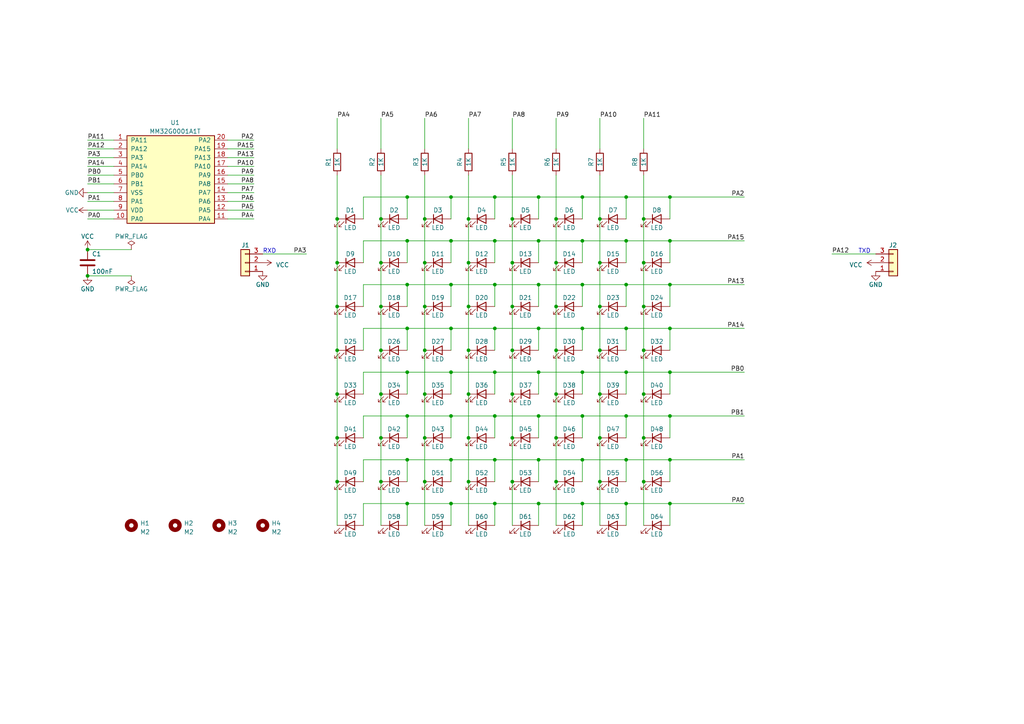
<source format=kicad_sch>
(kicad_sch (version 20230121) (generator eeschema)
  (paper "A4")
  (lib_symbols
    (symbol "Connector_Generic:Conn_01x03" (pin_names (offset 1.016) hide)
      (property "Reference" "J" (at 0 5.08 0))
      (property "Value" "Conn_01x03" (at 0 -5.08 0))
      (symbol "Conn_01x03_1_1"
        (rectangle (start -1.27 -2.413) (end 0 -2.667) (stroke (width 0.1524)))
        (rectangle (start -1.27 0.127) (end 0 -0.127) (stroke (width 0.1524)))
        (rectangle (start -1.27 2.667) (end 0 2.413) (stroke (width 0.1524)))
        (rectangle (start -1.27 3.81) (end 1.27 -3.81) (stroke (width 0.254)) (fill (type background)))
        (pin passive line (at -5.08 2.54 0) (length 3.81) (name "Pin_1") (number "1"))
        (pin passive line (at -5.08 0 0) (length 3.81) (name "Pin_2") (number "2"))
        (pin passive line (at -5.08 -2.54 0) (length 3.81) (name "Pin_3") (number "3"))
      )
    )
    (symbol "Connector_Generic:Conn_02x10_Counter_Clockwise" (pin_names (offset 1.016))
      (property "Reference" "U1" (at 1.27 15.24 0))
      (property "Value" "MM32G0001A1T" (at 1.27 12.7 0))
      (symbol "Conn_02x10_Counter_Clockwise_1_1"
        (rectangle (start -12.7 11.43) (end 12.7 -13.97) (stroke (width 0.254)) (fill (type background)))
        (pin bidirectional line (at -16.51 10.16 0) (length 3.81) (name "PA11") (number "1"))
        (pin bidirectional line (at -16.51 -12.7 0) (length 3.81) (name "PA0") (number "10"))
        (pin bidirectional line (at 16.51 -12.7 180) (length 3.81) (name "PA4") (number "11"))
        (pin bidirectional line (at 16.51 -10.16 180) (length 3.81) (name "PA5") (number "12"))
        (pin bidirectional line (at 16.51 -7.62 180) (length 3.81) (name "PA6") (number "13"))
        (pin bidirectional line (at 16.51 -5.08 180) (length 3.81) (name "PA7") (number "14"))
        (pin bidirectional line (at 16.51 -2.54 180) (length 3.81) (name "PA8") (number "15"))
        (pin bidirectional line (at 16.51 0 180) (length 3.81) (name "PA9") (number "16"))
        (pin bidirectional line (at 16.51 2.54 180) (length 3.81) (name "PA10") (number "17"))
        (pin bidirectional line (at 16.51 5.08 180) (length 3.81) (name "PA13") (number "18"))
        (pin bidirectional line (at 16.51 7.62 180) (length 3.81) (name "PA15") (number "19"))
        (pin bidirectional line (at -16.51 7.62 0) (length 3.81) (name "PA12") (number "2"))
        (pin bidirectional line (at 16.51 10.16 180) (length 3.81) (name "PA2") (number "20"))
        (pin bidirectional line (at -16.51 5.08 0) (length 3.81) (name "PA3") (number "3"))
        (pin bidirectional line (at -16.51 2.54 0) (length 3.81) (name "PA14") (number "4"))
        (pin bidirectional line (at -16.51 0 0) (length 3.81) (name "PB0") (number "5"))
        (pin bidirectional line (at -16.51 -2.54 0) (length 3.81) (name "PB1") (number "6"))
        (pin power_in line (at -16.51 -5.08 0) (length 3.81) (name "VSS") (number "7"))
        (pin bidirectional line (at -16.51 -7.62 0) (length 3.81) (name "PA1") (number "8"))
        (pin power_in line (at -16.51 -10.16 0) (length 3.81) (name "VDD") (number "9"))
      )
    )
    (symbol "Device:C" (pin_numbers hide) (pin_names (offset 0.254))
      (property "Reference" "C" (at 0.635 2.54 0))
      (property "Value" "C" (at 0.635 -2.54 0))
      (symbol "C_0_1"
        (polyline (pts (xy -2.032 -0.762) (xy 2.032 -0.762)) (stroke (width 0.508)))
        (polyline (pts (xy -2.032 0.762) (xy 2.032 0.762)) (stroke (width 0.508)))
      )
      (symbol "C_1_1"
        (pin passive line (at 0 3.81 270) (length 2.794) (name "~") (number "1"))
        (pin passive line (at 0 -3.81 90) (length 2.794) (name "~") (number "2"))
      )
    )
    (symbol "Device:LED" (pin_numbers hide) (pin_names (offset 1.016) hide)
      (property "Reference" "D" (at 0 2.54 0))
      (property "Value" "LED" (at 0 -2.54 0))
      (symbol "LED_0_1"
        (polyline (pts (xy -1.27 -1.27) (xy -1.27 1.27)) (stroke (width 0.254)))
        (polyline (pts (xy -1.27 0) (xy 1.27 0)))
        (polyline (pts (xy 1.27 -1.27) (xy 1.27 1.27) (xy -1.27 0) (xy 1.27 -1.27)) (stroke (width 0.254)))
        (polyline (pts (xy -3.048 -0.762) (xy -4.572 -2.286) (xy -3.81 -2.286) (xy -4.572 -2.286) (xy -4.572 -1.524)))
        (polyline (pts (xy -1.778 -0.762) (xy -3.302 -2.286) (xy -2.54 -2.286) (xy -3.302 -2.286) (xy -3.302 -1.524)))
      )
      (symbol "LED_1_1"
        (pin passive line (at -3.81 0 0) (length 2.54) (name "K") (number "1"))
        (pin passive line (at 3.81 0 180) (length 2.54) (name "A") (number "2"))
      )
    )
    (symbol "Device:R" (pin_numbers hide) (pin_names (offset 0))
      (property "Reference" "R" (at 2.032 0 90))
      (property "Value" "R" (at 0 0 90))
      (symbol "R_0_1"
        (rectangle (start -1.016 -2.54) (end 1.016 2.54) (stroke (width 0.254)))
      )
      (symbol "R_1_1"
        (pin passive line (at 0 3.81 270) (length 1.27) (name "~") (number "1"))
        (pin passive line (at 0 -3.81 90) (length 1.27) (name "~") (number "2"))
      )
    )
    (symbol "Mechanical:MountingHole" (pin_names (offset 1.016))
      (property "Reference" "H" (at 0 5.08 0))
      (property "Value" "MountingHole" (at 0 3.175 0))
      (symbol "MountingHole_0_1"
        (circle (center 0 0) (radius 1.27) (stroke (width 1.27)))
      )
    )
    (symbol "power:GND" (power) (pin_names (offset 0))
      (property "Value" "GND" (at 0 -3.81 0))
      (symbol "GND_0_1"
        (polyline (pts (xy 0 0) (xy 0 -1.27) (xy 1.27 -1.27) (xy 0 -2.54) (xy -1.27 -1.27) (xy 0 -1.27)))
      )
      (symbol "GND_1_1"
        (pin power_in line (at 0 0 270) (length 0) hide (name "GND") (number "1"))
      )
    )
    (symbol "power:PWR_FLAG" (power) (pin_numbers hide) (pin_names (offset 0) hide)
      (property "Value" "PWR_FLAG" (at 0 3.81 0))
      (symbol "PWR_FLAG_0_0"
        (pin power_out line (at 0 0 90) (length 0) (name "pwr") (number "1"))
      )
      (symbol "PWR_FLAG_0_1"
        (polyline (pts (xy 0 0) (xy 0 1.27) (xy -1.016 1.905) (xy 0 2.54) (xy 1.016 1.905) (xy 0 1.27)))
      )
    )
    (symbol "power:VCC" (power) (pin_names (offset 0))
      (property "Value" "VCC" (at 0 3.81 0))
      (symbol "VCC_0_1"
        (polyline (pts (xy -0.762 1.27) (xy 0 2.54)))
        (polyline (pts (xy 0 0) (xy 0 2.54)))
        (polyline (pts (xy 0 2.54) (xy 0.762 1.27)))
      )
      (symbol "VCC_1_1"
        (pin power_in line (at 0 0 90) (length 0) hide (name "VCC") (number "1"))
      )
    )
  )
  (junction (at 156.21 120.65))
  (junction (at 118.11 146.05))
  (junction (at 194.31 57.15))
  (junction (at 181.61 82.55))
  (junction (at 173.99 76.2))
  (junction (at 148.59 101.6))
  (junction (at 194.31 133.35))
  (junction (at 110.49 88.9))
  (junction (at 173.99 127))
  (junction (at 156.21 82.55))
  (junction (at 97.79 101.6))
  (junction (at 161.29 114.3))
  (junction (at 161.29 127))
  (junction (at 168.91 120.65))
  (junction (at 156.21 57.15))
  (junction (at 135.89 88.9))
  (junction (at 148.59 88.9))
  (junction (at 156.21 69.85))
  (junction (at 194.31 82.55))
  (junction (at 97.79 139.7))
  (junction (at 148.59 139.7))
  (junction (at 135.89 114.3))
  (junction (at 130.81 57.15))
  (junction (at 118.11 69.85))
  (junction (at 173.99 88.9))
  (junction (at 148.59 76.2))
  (junction (at 118.11 95.25))
  (junction (at 143.51 69.85))
  (junction (at 161.29 76.2))
  (junction (at 110.49 101.6))
  (junction (at 118.11 133.35))
  (junction (at 156.21 107.95))
  (junction (at 123.19 101.6))
  (junction (at 97.79 127))
  (junction (at 143.51 133.35))
  (junction (at 186.69 101.6))
  (junction (at 25.4 80.01))
  (junction (at 168.91 95.25))
  (junction (at 168.91 107.95))
  (junction (at 25.4 72.39))
  (junction (at 181.61 133.35))
  (junction (at 156.21 133.35))
  (junction (at 148.59 114.3))
  (junction (at 123.19 114.3))
  (junction (at 161.29 63.5))
  (junction (at 148.59 127))
  (junction (at 143.51 57.15))
  (junction (at 130.81 107.95))
  (junction (at 143.51 120.65))
  (junction (at 135.89 76.2))
  (junction (at 130.81 82.55))
  (junction (at 110.49 114.3))
  (junction (at 194.31 95.25))
  (junction (at 123.19 76.2))
  (junction (at 156.21 146.05))
  (junction (at 168.91 82.55))
  (junction (at 97.79 63.5))
  (junction (at 173.99 114.3))
  (junction (at 110.49 139.7))
  (junction (at 161.29 139.7))
  (junction (at 181.61 95.25))
  (junction (at 118.11 120.65))
  (junction (at 118.11 57.15))
  (junction (at 186.69 139.7))
  (junction (at 173.99 101.6))
  (junction (at 173.99 139.7))
  (junction (at 110.49 63.5))
  (junction (at 181.61 69.85))
  (junction (at 168.91 133.35))
  (junction (at 143.51 146.05))
  (junction (at 168.91 69.85))
  (junction (at 181.61 146.05))
  (junction (at 135.89 63.5))
  (junction (at 168.91 146.05))
  (junction (at 118.11 82.55))
  (junction (at 143.51 107.95))
  (junction (at 186.69 114.3))
  (junction (at 130.81 69.85))
  (junction (at 181.61 57.15))
  (junction (at 130.81 133.35))
  (junction (at 194.31 120.65))
  (junction (at 130.81 95.25))
  (junction (at 110.49 127))
  (junction (at 130.81 120.65))
  (junction (at 186.69 88.9))
  (junction (at 123.19 63.5))
  (junction (at 194.31 69.85))
  (junction (at 186.69 76.2))
  (junction (at 186.69 127))
  (junction (at 123.19 127))
  (junction (at 194.31 107.95))
  (junction (at 156.21 95.25))
  (junction (at 148.59 63.5))
  (junction (at 161.29 88.9))
  (junction (at 181.61 120.65))
  (junction (at 97.79 114.3))
  (junction (at 135.89 101.6))
  (junction (at 97.79 88.9))
  (junction (at 110.49 76.2))
  (junction (at 97.79 76.2))
  (junction (at 143.51 95.25))
  (junction (at 135.89 139.7))
  (junction (at 168.91 57.15))
  (junction (at 143.51 82.55))
  (junction (at 161.29 101.6))
  (junction (at 173.99 63.5))
  (junction (at 118.11 107.95))
  (junction (at 130.81 146.05))
  (junction (at 123.19 139.7))
  (junction (at 194.31 146.05))
  (junction (at 123.19 88.9))
  (junction (at 186.69 63.5))
  (junction (at 181.61 107.95))
  (junction (at 135.89 127))
  (wire (pts (xy 66.04 50.8) (xy 73.66 50.8)))
  (wire (pts (xy 168.91 133.35) (xy 181.61 133.35)))
  (wire (pts (xy 186.69 50.8) (xy 186.69 63.5)))
  (wire (pts (xy 186.69 139.7) (xy 186.69 152.4)))
  (wire (pts (xy 130.81 133.35) (xy 143.51 133.35)))
  (wire (pts (xy 161.29 127) (xy 161.29 139.7)))
  (wire (pts (xy 181.61 120.65) (xy 194.31 120.65)))
  (wire (pts (xy 194.31 133.35) (xy 215.9 133.35)))
  (wire (pts (xy 123.19 43.18) (xy 123.19 34.29)))
  (wire (pts (xy 148.59 139.7) (xy 148.59 152.4)))
  (wire (pts (xy 110.49 63.5) (xy 110.49 76.2)))
  (wire (pts (xy 105.41 69.85) (xy 118.11 69.85)))
  (wire (pts (xy 186.69 101.6) (xy 186.69 114.3)))
  (wire (pts (xy 148.59 88.9) (xy 148.59 101.6)))
  (wire (pts (xy 181.61 133.35) (xy 194.31 133.35)))
  (wire (pts (xy 181.61 95.25) (xy 181.61 101.6)))
  (wire (pts (xy 105.41 107.95) (xy 118.11 107.95)))
  (wire (pts (xy 97.79 101.6) (xy 97.79 114.3)))
  (wire (pts (xy 181.61 95.25) (xy 194.31 95.25)))
  (wire (pts (xy 161.29 114.3) (xy 161.29 127)))
  (wire (pts (xy 110.49 43.18) (xy 110.49 34.29)))
  (wire (pts (xy 156.21 133.35) (xy 168.91 133.35)))
  (wire (pts (xy 25.4 43.18) (xy 33.02 43.18)))
  (wire (pts (xy 25.4 63.5) (xy 33.02 63.5)))
  (wire (pts (xy 130.81 82.55) (xy 130.81 88.9)))
  (wire (pts (xy 110.49 114.3) (xy 110.49 127)))
  (wire (pts (xy 97.79 76.2) (xy 97.79 88.9)))
  (wire (pts (xy 173.99 139.7) (xy 173.99 152.4)))
  (wire (pts (xy 130.81 120.65) (xy 130.81 127)))
  (wire (pts (xy 156.21 120.65) (xy 168.91 120.65)))
  (wire (pts (xy 135.89 101.6) (xy 135.89 114.3)))
  (wire (pts (xy 181.61 107.95) (xy 181.61 114.3)))
  (wire (pts (xy 105.41 120.65) (xy 118.11 120.65)))
  (wire (pts (xy 25.4 80.01) (xy 38.1 80.01)))
  (wire (pts (xy 161.29 139.7) (xy 161.29 152.4)))
  (wire (pts (xy 148.59 101.6) (xy 148.59 114.3)))
  (wire (pts (xy 156.21 146.05) (xy 168.91 146.05)))
  (wire (pts (xy 66.04 55.88) (xy 73.66 55.88)))
  (wire (pts (xy 130.81 120.65) (xy 143.51 120.65)))
  (wire (pts (xy 123.19 101.6) (xy 123.19 114.3)))
  (wire (pts (xy 66.04 48.26) (xy 73.66 48.26)))
  (wire (pts (xy 25.4 58.42) (xy 33.02 58.42)))
  (wire (pts (xy 156.21 82.55) (xy 156.21 88.9)))
  (wire (pts (xy 105.41 95.25) (xy 118.11 95.25)))
  (wire (pts (xy 130.81 133.35) (xy 130.81 139.7)))
  (wire (pts (xy 148.59 76.2) (xy 148.59 88.9)))
  (wire (pts (xy 97.79 63.5) (xy 97.79 76.2)))
  (wire (pts (xy 123.19 76.2) (xy 123.19 88.9)))
  (wire (pts (xy 156.21 57.15) (xy 156.21 63.5)))
  (wire (pts (xy 123.19 50.8) (xy 123.19 63.5)))
  (wire (pts (xy 173.99 76.2) (xy 173.99 88.9)))
  (wire (pts (xy 105.41 139.7) (xy 105.41 133.35)))
  (wire (pts (xy 143.51 146.05) (xy 156.21 146.05)))
  (wire (pts (xy 161.29 88.9) (xy 161.29 101.6)))
  (wire (pts (xy 156.21 69.85) (xy 156.21 76.2)))
  (wire (pts (xy 168.91 82.55) (xy 181.61 82.55)))
  (wire (pts (xy 118.11 120.65) (xy 130.81 120.65)))
  (wire (pts (xy 181.61 120.65) (xy 181.61 127)))
  (wire (pts (xy 97.79 88.9) (xy 97.79 101.6)))
  (wire (pts (xy 25.4 55.88) (xy 33.02 55.88)))
  (wire (pts (xy 156.21 57.15) (xy 168.91 57.15)))
  (wire (pts (xy 173.99 101.6) (xy 173.99 114.3)))
  (wire (pts (xy 118.11 107.95) (xy 130.81 107.95)))
  (wire (pts (xy 156.21 146.05) (xy 156.21 152.4)))
  (wire (pts (xy 161.29 63.5) (xy 161.29 76.2)))
  (wire (pts (xy 186.69 114.3) (xy 186.69 127)))
  (wire (pts (xy 168.91 120.65) (xy 168.91 127)))
  (wire (pts (xy 143.51 95.25) (xy 143.51 101.6)))
  (wire (pts (xy 168.91 146.05) (xy 181.61 146.05)))
  (wire (pts (xy 110.49 139.7) (xy 110.49 152.4)))
  (wire (pts (xy 156.21 95.25) (xy 156.21 101.6)))
  (wire (pts (xy 130.81 69.85) (xy 143.51 69.85)))
  (wire (pts (xy 173.99 63.5) (xy 173.99 76.2)))
  (wire (pts (xy 118.11 82.55) (xy 118.11 88.9)))
  (wire (pts (xy 97.79 114.3) (xy 97.79 127)))
  (wire (pts (xy 173.99 50.8) (xy 173.99 63.5)))
  (wire (pts (xy 143.51 69.85) (xy 156.21 69.85)))
  (wire (pts (xy 168.91 69.85) (xy 168.91 76.2)))
  (wire (pts (xy 143.51 120.65) (xy 156.21 120.65)))
  (wire (pts (xy 148.59 43.18) (xy 148.59 34.29)))
  (wire (pts (xy 168.91 107.95) (xy 181.61 107.95)))
  (wire (pts (xy 105.41 63.5) (xy 105.41 57.15)))
  (wire (pts (xy 186.69 63.5) (xy 186.69 76.2)))
  (wire (pts (xy 194.31 95.25) (xy 215.9 95.25)))
  (wire (pts (xy 130.81 146.05) (xy 143.51 146.05)))
  (wire (pts (xy 143.51 146.05) (xy 143.51 152.4)))
  (wire (pts (xy 118.11 120.65) (xy 118.11 127)))
  (wire (pts (xy 110.49 127) (xy 110.49 139.7)))
  (wire (pts (xy 130.81 95.25) (xy 143.51 95.25)))
  (wire (pts (xy 135.89 63.5) (xy 135.89 76.2)))
  (wire (pts (xy 130.81 107.95) (xy 143.51 107.95)))
  (wire (pts (xy 25.4 40.64) (xy 33.02 40.64)))
  (wire (pts (xy 186.69 43.18) (xy 186.69 34.29)))
  (wire (pts (xy 135.89 114.3) (xy 135.89 127)))
  (wire (pts (xy 181.61 82.55) (xy 181.61 88.9)))
  (wire (pts (xy 110.49 88.9) (xy 110.49 101.6)))
  (wire (pts (xy 105.41 152.4) (xy 105.41 146.05)))
  (wire (pts (xy 168.91 95.25) (xy 181.61 95.25)))
  (wire (pts (xy 25.4 50.8) (xy 33.02 50.8)))
  (wire (pts (xy 135.89 139.7) (xy 135.89 152.4)))
  (wire (pts (xy 110.49 101.6) (xy 110.49 114.3)))
  (wire (pts (xy 168.91 107.95) (xy 168.91 114.3)))
  (wire (pts (xy 88.9 73.66) (xy 76.2 73.66)))
  (wire (pts (xy 173.99 88.9) (xy 173.99 101.6)))
  (wire (pts (xy 156.21 82.55) (xy 168.91 82.55)))
  (wire (pts (xy 118.11 95.25) (xy 130.81 95.25)))
  (wire (pts (xy 161.29 101.6) (xy 161.29 114.3)))
  (wire (pts (xy 118.11 146.05) (xy 118.11 152.4)))
  (wire (pts (xy 135.89 127) (xy 135.89 139.7)))
  (wire (pts (xy 168.91 133.35) (xy 168.91 139.7)))
  (wire (pts (xy 148.59 50.8) (xy 148.59 63.5)))
  (wire (pts (xy 123.19 114.3) (xy 123.19 127)))
  (wire (pts (xy 105.41 133.35) (xy 118.11 133.35)))
  (wire (pts (xy 118.11 57.15) (xy 130.81 57.15)))
  (wire (pts (xy 66.04 53.34) (xy 73.66 53.34)))
  (wire (pts (xy 118.11 133.35) (xy 130.81 133.35)))
  (wire (pts (xy 181.61 57.15) (xy 181.61 63.5)))
  (wire (pts (xy 130.81 95.25) (xy 130.81 101.6)))
  (wire (pts (xy 168.91 146.05) (xy 168.91 152.4)))
  (wire (pts (xy 105.41 88.9) (xy 105.41 82.55)))
  (wire (pts (xy 148.59 63.5) (xy 148.59 76.2)))
  (wire (pts (xy 143.51 82.55) (xy 143.51 88.9)))
  (wire (pts (xy 25.4 48.26) (xy 33.02 48.26)))
  (wire (pts (xy 105.41 82.55) (xy 118.11 82.55)))
  (wire (pts (xy 181.61 133.35) (xy 181.61 139.7)))
  (wire (pts (xy 161.29 43.18) (xy 161.29 34.29)))
  (wire (pts (xy 25.4 53.34) (xy 33.02 53.34)))
  (wire (pts (xy 123.19 127) (xy 123.19 139.7)))
  (wire (pts (xy 130.81 69.85) (xy 130.81 76.2)))
  (wire (pts (xy 97.79 43.18) (xy 97.79 34.29)))
  (wire (pts (xy 25.4 45.72) (xy 33.02 45.72)))
  (wire (pts (xy 156.21 120.65) (xy 156.21 127)))
  (wire (pts (xy 105.41 127) (xy 105.41 120.65)))
  (wire (pts (xy 194.31 95.25) (xy 194.31 101.6)))
  (wire (pts (xy 97.79 127) (xy 97.79 139.7)))
  (wire (pts (xy 168.91 57.15) (xy 181.61 57.15)))
  (wire (pts (xy 161.29 50.8) (xy 161.29 63.5)))
  (wire (pts (xy 181.61 57.15) (xy 194.31 57.15)))
  (wire (pts (xy 130.81 82.55) (xy 143.51 82.55)))
  (wire (pts (xy 143.51 133.35) (xy 143.51 139.7)))
  (wire (pts (xy 194.31 107.95) (xy 194.31 114.3)))
  (wire (pts (xy 135.89 43.18) (xy 135.89 34.29)))
  (wire (pts (xy 186.69 127) (xy 186.69 139.7)))
  (wire (pts (xy 168.91 82.55) (xy 168.91 88.9)))
  (wire (pts (xy 173.99 127) (xy 173.99 139.7)))
  (wire (pts (xy 173.99 43.18) (xy 173.99 34.29)))
  (wire (pts (xy 168.91 69.85) (xy 181.61 69.85)))
  (wire (pts (xy 130.81 107.95) (xy 130.81 114.3)))
  (wire (pts (xy 161.29 76.2) (xy 161.29 88.9)))
  (wire (pts (xy 156.21 69.85) (xy 168.91 69.85)))
  (wire (pts (xy 143.51 82.55) (xy 156.21 82.55)))
  (wire (pts (xy 66.04 60.96) (xy 73.66 60.96)))
  (wire (pts (xy 66.04 45.72) (xy 73.66 45.72)))
  (wire (pts (xy 97.79 50.8) (xy 97.79 63.5)))
  (wire (pts (xy 123.19 139.7) (xy 123.19 152.4)))
  (wire (pts (xy 156.21 107.95) (xy 168.91 107.95)))
  (wire (pts (xy 105.41 76.2) (xy 105.41 69.85)))
  (wire (pts (xy 97.79 139.7) (xy 97.79 152.4)))
  (wire (pts (xy 148.59 114.3) (xy 148.59 127)))
  (wire (pts (xy 143.51 133.35) (xy 156.21 133.35)))
  (wire (pts (xy 194.31 120.65) (xy 194.31 127)))
  (wire (pts (xy 130.81 57.15) (xy 143.51 57.15)))
  (wire (pts (xy 168.91 57.15) (xy 168.91 63.5)))
  (wire (pts (xy 181.61 146.05) (xy 194.31 146.05)))
  (wire (pts (xy 156.21 133.35) (xy 156.21 139.7)))
  (wire (pts (xy 118.11 69.85) (xy 130.81 69.85)))
  (wire (pts (xy 186.69 88.9) (xy 186.69 101.6)))
  (wire (pts (xy 66.04 40.64) (xy 73.66 40.64)))
  (wire (pts (xy 135.89 76.2) (xy 135.89 88.9)))
  (wire (pts (xy 105.41 114.3) (xy 105.41 107.95)))
  (wire (pts (xy 194.31 146.05) (xy 215.9 146.05)))
  (wire (pts (xy 181.61 82.55) (xy 194.31 82.55)))
  (wire (pts (xy 130.81 146.05) (xy 130.81 152.4)))
  (wire (pts (xy 143.51 69.85) (xy 143.51 76.2)))
  (wire (pts (xy 66.04 63.5) (xy 73.66 63.5)))
  (wire (pts (xy 105.41 57.15) (xy 118.11 57.15)))
  (wire (pts (xy 25.4 72.39) (xy 38.1 72.39)))
  (wire (pts (xy 135.89 50.8) (xy 135.89 63.5)))
  (wire (pts (xy 143.51 57.15) (xy 143.51 63.5)))
  (wire (pts (xy 118.11 146.05) (xy 130.81 146.05)))
  (wire (pts (xy 181.61 146.05) (xy 181.61 152.4)))
  (wire (pts (xy 118.11 95.25) (xy 118.11 101.6)))
  (wire (pts (xy 156.21 107.95) (xy 156.21 114.3)))
  (wire (pts (xy 118.11 57.15) (xy 118.11 63.5)))
  (wire (pts (xy 181.61 69.85) (xy 181.61 76.2)))
  (wire (pts (xy 143.51 107.95) (xy 143.51 114.3)))
  (wire (pts (xy 186.69 76.2) (xy 186.69 88.9)))
  (wire (pts (xy 105.41 146.05) (xy 118.11 146.05)))
  (wire (pts (xy 66.04 58.42) (xy 73.66 58.42)))
  (wire (pts (xy 66.04 43.18) (xy 73.66 43.18)))
  (wire (pts (xy 168.91 120.65) (xy 181.61 120.65)))
  (wire (pts (xy 123.19 63.5) (xy 123.19 76.2)))
  (wire (pts (xy 194.31 120.65) (xy 215.9 120.65)))
  (wire (pts (xy 105.41 101.6) (xy 105.41 95.25)))
  (wire (pts (xy 156.21 95.25) (xy 168.91 95.25)))
  (wire (pts (xy 194.31 133.35) (xy 194.31 139.7)))
  (wire (pts (xy 194.31 69.85) (xy 215.9 69.85)))
  (wire (pts (xy 181.61 69.85) (xy 194.31 69.85)))
  (wire (pts (xy 194.31 82.55) (xy 215.9 82.55)))
  (wire (pts (xy 110.49 50.8) (xy 110.49 63.5)))
  (wire (pts (xy 118.11 69.85) (xy 118.11 76.2)))
  (wire (pts (xy 118.11 133.35) (xy 118.11 139.7)))
  (wire (pts (xy 194.31 57.15) (xy 194.31 63.5)))
  (wire (pts (xy 194.31 57.15) (xy 215.9 57.15)))
  (wire (pts (xy 135.89 88.9) (xy 135.89 101.6)))
  (wire (pts (xy 130.81 57.15) (xy 130.81 63.5)))
  (wire (pts (xy 118.11 82.55) (xy 130.81 82.55)))
  (wire (pts (xy 143.51 120.65) (xy 143.51 127)))
  (wire (pts (xy 143.51 107.95) (xy 156.21 107.95)))
  (wire (pts (xy 194.31 107.95) (xy 215.9 107.95)))
  (wire (pts (xy 118.11 107.95) (xy 118.11 114.3)))
  (wire (pts (xy 143.51 95.25) (xy 156.21 95.25)))
  (wire (pts (xy 173.99 114.3) (xy 173.99 127)))
  (wire (pts (xy 181.61 107.95) (xy 194.31 107.95)))
  (wire (pts (xy 148.59 127) (xy 148.59 139.7)))
  (wire (pts (xy 143.51 57.15) (xy 156.21 57.15)))
  (wire (pts (xy 168.91 101.6) (xy 168.91 95.25)))
  (wire (pts (xy 123.19 88.9) (xy 123.19 101.6)))
  (wire (pts (xy 241.3 73.66) (xy 254 73.66)))
  (wire (pts (xy 194.31 82.55) (xy 194.31 88.9)))
  (wire (pts (xy 194.31 146.05) (xy 194.31 152.4)))
  (wire (pts (xy 25.4 60.96) (xy 33.02 60.96)))
  (wire (pts (xy 110.49 76.2) (xy 110.49 88.9)))
  (wire (pts (xy 194.31 69.85) (xy 194.31 76.2)))
  (text "RXD" (at 76.2 73.66 0) (effects (font (size 1.27 1.27)) (justify left bottom)))
  (text "TXD" (at 248.92 73.66 0) (effects (font (size 1.27 1.27)) (justify left bottom)))
  (label "PA11" (at 186.69 34.29 0))
  (label "PA4" (at 73.66 63.5 180))
  (label "PA9" (at 161.29 34.29 0))
  (label "PA2" (at 73.66 40.64 180))
  (label "PA8" (at 73.66 53.34 180))
  (label "PA14" (at 215.9 95.25 180))
  (label "PA3" (at 88.9 73.66 180))
  (label "PA1" (at 215.9 133.35 180))
  (label "PA4" (at 97.79 34.29 0))
  (label "PA9" (at 73.66 50.8 180))
  (label "PA7" (at 135.89 34.29 0))
  (label "PA14" (at 25.4 48.26 0))
  (label "PB0" (at 215.9 107.95 180))
  (label "PA6" (at 123.19 34.29 0))
  (label "PA7" (at 73.66 55.88 180))
  (label "PA1" (at 25.4 58.42 0))
  (label "PA11" (at 25.4 40.64 0))
  (label "PA8" (at 148.59 34.29 0))
  (label "PA15" (at 215.9 69.85 180))
  (label "PA15" (at 73.66 43.18 180))
  (label "PA6" (at 73.66 58.42 180))
  (label "PA10" (at 73.66 48.26 180))
  (label "PB1" (at 215.9 120.65 180))
  (label "PA12" (at 241.3 73.66 0))
  (label "PB0" (at 25.4 50.8 0))
  (label "PA12" (at 25.4 43.18 0))
  (label "PA5" (at 110.49 34.29 0))
  (label "PB1" (at 25.4 53.34 0))
  (label "PA0" (at 25.4 63.5 0))
  (label "PA5" (at 73.66 60.96 180))
  (label "PA3" (at 25.4 45.72 0))
  (label "PA13" (at 215.9 82.55 180))
  (label "PA0" (at 215.9 146.05 180))
  (label "PA10" (at 173.99 34.29 0))
  (label "PA13" (at 73.66 45.72 180))
  (label "PA2" (at 215.9 57.15 180))
  (symbol (lib_id "Connector_Generic:Conn_01x03") (at 259.08 76.2 0) (mirror x) (unit 1)
    (property "Reference" "J2" (at 257.81 71.12 0) (effects (justify left)))
    (property "Value" "Conn_01x03" (effects hide))
    (property "Footprint" "Connector_PinHeader_2.54mm:PinHeader_1x03_P2.54mm_Vertical" (effects hide))
  )
  (symbol (lib_id "Device:R") (at 123.19 46.99 0) (mirror y) (unit 1)
    (property "Reference" "R3" (at 120.65 46.99 90))
    (property "Value" "1K" (at 123.19 46.99 90))
    (property "Footprint" "Resistor_SMD:R_0603_1608Metric_Pad0.98x0.95mm_HandSolder" (effects hide))
  )
  (symbol (lib_id "Device:R") (at 186.69 46.99 0) (mirror y) (unit 1)
    (property "Reference" "R8" (at 184.15 46.99 90))
    (property "Value" "1K" (at 186.69 46.99 90))
    (property "Footprint" "Resistor_SMD:R_0603_1608Metric_Pad0.98x0.95mm_HandSolder" (effects hide))
  )
  (symbol (lib_id "Device:LED") (at 190.5 152.4 0) (unit 1)
    (property "Reference" "D64" (at 190.5 149.86 0))
    (property "Value" "LED" (at 190.5 154.94 0))
    (property "Footprint" "LED_SMD:LED_0603_1608Metric_Pad1.05x0.95mm_HandSolder" (effects hide))
  )
  (symbol (lib_id "Device:LED") (at 127 101.6 0) (unit 1)
    (property "Reference" "D27" (at 127 99.06 0))
    (property "Value" "LED" (at 127 104.14 0))
    (property "Footprint" "LED_SMD:LED_0603_1608Metric_Pad1.05x0.95mm_HandSolder" (effects hide))
  )
  (symbol (lib_id "Device:LED") (at 177.8 139.7 0) (unit 1)
    (property "Reference" "D55" (at 177.8 137.16 0))
    (property "Value" "LED" (at 177.8 142.24 0))
    (property "Footprint" "LED_SMD:LED_0603_1608Metric_Pad1.05x0.95mm_HandSolder" (effects hide))
  )
  (symbol (lib_id "Device:LED") (at 101.6 114.3 0) (unit 1)
    (property "Reference" "D33" (at 101.6 111.76 0))
    (property "Value" "LED" (at 101.6 116.84 0))
    (property "Footprint" "LED_SMD:LED_0603_1608Metric_Pad1.05x0.95mm_HandSolder" (effects hide))
  )
  (symbol (lib_id "Device:LED") (at 139.7 88.9 0) (unit 1)
    (property "Reference" "D20" (at 139.7 86.36 0))
    (property "Value" "LED" (at 139.7 91.44 0))
    (property "Footprint" "LED_SMD:LED_0603_1608Metric_Pad1.05x0.95mm_HandSolder" (effects hide))
  )
  (symbol (lib_id "Device:LED") (at 190.5 139.7 0) (unit 1)
    (property "Reference" "D56" (at 190.5 137.16 0))
    (property "Value" "LED" (at 190.5 142.24 0))
    (property "Footprint" "LED_SMD:LED_0603_1608Metric_Pad1.05x0.95mm_HandSolder" (effects hide))
  )
  (symbol (lib_id "Device:LED") (at 177.8 152.4 0) (unit 1)
    (property "Reference" "D63" (at 177.8 149.86 0))
    (property "Value" "LED" (at 177.8 154.94 0))
    (property "Footprint" "LED_SMD:LED_0603_1608Metric_Pad1.05x0.95mm_HandSolder" (effects hide))
  )
  (symbol (lib_id "Device:C") (at 25.4 76.2 0) (unit 1)
    (property "Reference" "C1" (at 26.67 73.66 0) (effects (justify left)))
    (property "Value" "100nF" (at 26.67 78.74 0) (effects (justify left)))
    (property "Footprint" "Capacitor_SMD:C_0603_1608Metric_Pad1.08x0.95mm_HandSolder" (effects hide))
  )
  (symbol (lib_id "Connector_Generic:Conn_01x03") (at 71.12 76.2 180) (unit 1)
    (property "Reference" "J1" (at 72.39 71.12 0) (effects (justify left)))
    (property "Value" "Conn_01x03" (effects hide))
    (property "Footprint" "Connector_PinHeader_2.54mm:PinHeader_1x03_P2.54mm_Vertical" (effects hide))
  )
  (symbol (lib_id "Mechanical:MountingHole") (at 50.8 152.4 0) (unit 1)
    (property "Reference" "H2" (at 53.34 151.765 0) (effects (justify left)))
    (property "Value" "M2" (at 53.34 154.305 0) (effects (justify left)))
    (property "Footprint" "MountingHole:MountingHole_2mm" (effects hide))
  )
  (symbol (lib_id "Device:LED") (at 190.5 114.3 0) (unit 1)
    (property "Reference" "D40" (at 190.5 111.76 0))
    (property "Value" "LED" (at 190.5 116.84 0))
    (property "Footprint" "LED_SMD:LED_0603_1608Metric_Pad1.05x0.95mm_HandSolder" (effects hide))
  )
  (symbol (lib_id "power:PWR_FLAG") (at 38.1 72.39 0) (unit 1)
    (property "Reference" "#FLG01" (effects hide))
    (property "Value" "PWR_FLAG" (at 38.1 68.58 0))
  )
  (symbol (lib_id "Device:LED") (at 177.8 88.9 0) (unit 1)
    (property "Reference" "D23" (at 177.8 86.36 0))
    (property "Value" "LED" (at 177.8 91.44 0))
    (property "Footprint" "LED_SMD:LED_0603_1608Metric_Pad1.05x0.95mm_HandSolder" (effects hide))
  )
  (symbol (lib_id "Mechanical:MountingHole") (at 76.2 152.4 0) (unit 1)
    (property "Reference" "H4" (at 78.74 151.765 0) (effects (justify left)))
    (property "Value" "M2" (at 78.74 154.305 0) (effects (justify left)))
    (property "Footprint" "MountingHole:MountingHole_2mm" (effects hide))
  )
  (symbol (lib_id "Device:LED") (at 165.1 88.9 0) (unit 1)
    (property "Reference" "D22" (at 165.1 86.36 0))
    (property "Value" "LED" (at 165.1 91.44 0))
    (property "Footprint" "LED_SMD:LED_0603_1608Metric_Pad1.05x0.95mm_HandSolder" (effects hide))
  )
  (symbol (lib_id "Device:R") (at 161.29 46.99 0) (mirror y) (unit 1)
    (property "Reference" "R6" (at 158.75 46.99 90))
    (property "Value" "1K" (at 161.29 46.99 90))
    (property "Footprint" "Resistor_SMD:R_0603_1608Metric_Pad0.98x0.95mm_HandSolder" (effects hide))
  )
  (symbol (lib_id "Device:LED") (at 101.6 127 0) (unit 1)
    (property "Reference" "D41" (at 101.6 124.46 0))
    (property "Value" "LED" (at 101.6 129.54 0))
    (property "Footprint" "LED_SMD:LED_0603_1608Metric_Pad1.05x0.95mm_HandSolder" (effects hide))
  )
  (symbol (lib_id "Device:LED") (at 114.3 101.6 0) (unit 1)
    (property "Reference" "D26" (at 114.3 99.06 0))
    (property "Value" "LED" (at 114.3 104.14 0))
    (property "Footprint" "LED_SMD:LED_0603_1608Metric_Pad1.05x0.95mm_HandSolder" (effects hide))
  )
  (symbol (lib_id "Device:LED") (at 101.6 76.2 0) (unit 1)
    (property "Reference" "D9" (at 101.6 73.66 0))
    (property "Value" "LED" (at 101.6 78.74 0))
    (property "Footprint" "LED_SMD:LED_0603_1608Metric_Pad1.05x0.95mm_HandSolder" (effects hide))
  )
  (symbol (lib_id "Mechanical:MountingHole") (at 38.1 152.4 0) (unit 1)
    (property "Reference" "H1" (at 40.64 151.765 0) (effects (justify left)))
    (property "Value" "M2" (at 40.64 154.305 0) (effects (justify left)))
    (property "Footprint" "MountingHole:MountingHole_2mm" (effects hide))
  )
  (symbol (lib_id "Device:LED") (at 139.7 63.5 0) (unit 1)
    (property "Reference" "D4" (at 139.7 60.96 0))
    (property "Value" "LED" (at 139.7 66.04 0))
    (property "Footprint" "LED_SMD:LED_0603_1608Metric_Pad1.05x0.95mm_HandSolder" (effects hide))
  )
  (symbol (lib_id "Device:LED") (at 152.4 88.9 0) (unit 1)
    (property "Reference" "D21" (at 152.4 86.36 0))
    (property "Value" "LED" (at 152.4 91.44 0))
    (property "Footprint" "LED_SMD:LED_0603_1608Metric_Pad1.05x0.95mm_HandSolder" (effects hide))
  )
  (symbol (lib_id "Device:LED") (at 139.7 152.4 0) (unit 1)
    (property "Reference" "D60" (at 139.7 149.86 0))
    (property "Value" "LED" (at 139.7 154.94 0))
    (property "Footprint" "LED_SMD:LED_0603_1608Metric_Pad1.05x0.95mm_HandSolder" (effects hide))
  )
  (symbol (lib_id "Device:LED") (at 139.7 139.7 0) (unit 1)
    (property "Reference" "D52" (at 139.7 137.16 0))
    (property "Value" "LED" (at 139.7 142.24 0))
    (property "Footprint" "LED_SMD:LED_0603_1608Metric_Pad1.05x0.95mm_HandSolder" (effects hide))
  )
  (symbol (lib_id "Device:LED") (at 114.3 114.3 0) (unit 1)
    (property "Reference" "D34" (at 114.3 111.76 0))
    (property "Value" "LED" (at 114.3 116.84 0))
    (property "Footprint" "LED_SMD:LED_0603_1608Metric_Pad1.05x0.95mm_HandSolder" (effects hide))
  )
  (symbol (lib_id "Device:LED") (at 101.6 152.4 0) (unit 1)
    (property "Reference" "D57" (at 101.6 149.86 0))
    (property "Value" "LED" (at 101.6 154.94 0))
    (property "Footprint" "LED_SMD:LED_0603_1608Metric_Pad1.05x0.95mm_HandSolder" (effects hide))
  )
  (symbol (lib_id "Device:R") (at 173.99 46.99 0) (mirror y) (unit 1)
    (property "Reference" "R7" (at 171.45 46.99 90))
    (property "Value" "1K" (at 173.99 46.99 90))
    (property "Footprint" "Resistor_SMD:R_0603_1608Metric_Pad0.98x0.95mm_HandSolder" (effects hide))
  )
  (symbol (lib_id "Device:LED") (at 114.3 127 0) (unit 1)
    (property "Reference" "D42" (at 114.3 124.46 0))
    (property "Value" "LED" (at 114.3 129.54 0))
    (property "Footprint" "LED_SMD:LED_0603_1608Metric_Pad1.05x0.95mm_HandSolder" (effects hide))
  )
  (symbol (lib_id "power:PWR_FLAG") (at 38.1 80.01 180) (unit 1)
    (property "Reference" "#FLG02" (effects hide))
    (property "Value" "PWR_FLAG" (at 38.1 83.82 0))
  )
  (symbol (lib_id "Device:LED") (at 139.7 76.2 0) (unit 1)
    (property "Reference" "D12" (at 139.7 73.66 0))
    (property "Value" "LED" (at 139.7 78.74 0))
    (property "Footprint" "LED_SMD:LED_0603_1608Metric_Pad1.05x0.95mm_HandSolder" (effects hide))
  )
  (symbol (lib_id "Device:LED") (at 152.4 76.2 0) (unit 1)
    (property "Reference" "D13" (at 152.4 73.66 0))
    (property "Value" "LED" (at 152.4 78.74 0))
    (property "Footprint" "LED_SMD:LED_0603_1608Metric_Pad1.05x0.95mm_HandSolder" (effects hide))
  )
  (symbol (lib_id "power:VCC") (at 25.4 60.96 90) (unit 1)
    (property "Reference" "#PWR02" (effects hide))
    (property "Value" "VCC" (at 22.86 60.96 90) (effects (justify left)))
  )
  (symbol (lib_id "Device:R") (at 135.89 46.99 0) (mirror y) (unit 1)
    (property "Reference" "R4" (at 133.35 46.99 90))
    (property "Value" "1K" (at 135.89 46.99 90))
    (property "Footprint" "Resistor_SMD:R_0603_1608Metric_Pad0.98x0.95mm_HandSolder" (effects hide))
  )
  (symbol (lib_id "Device:LED") (at 139.7 101.6 0) (unit 1)
    (property "Reference" "D28" (at 139.7 99.06 0))
    (property "Value" "LED" (at 139.7 104.14 0))
    (property "Footprint" "LED_SMD:LED_0603_1608Metric_Pad1.05x0.95mm_HandSolder" (effects hide))
  )
  (symbol (lib_id "Device:LED") (at 114.3 63.5 0) (unit 1)
    (property "Reference" "D2" (at 114.3 60.96 0))
    (property "Value" "LED" (at 114.3 66.04 0))
    (property "Footprint" "LED_SMD:LED_0603_1608Metric_Pad1.05x0.95mm_HandSolder" (effects hide))
  )
  (symbol (lib_id "Device:LED") (at 139.7 127 0) (unit 1)
    (property "Reference" "D44" (at 139.7 124.46 0))
    (property "Value" "LED" (at 139.7 129.54 0))
    (property "Footprint" "LED_SMD:LED_0603_1608Metric_Pad1.05x0.95mm_HandSolder" (effects hide))
  )
  (symbol (lib_id "Device:R") (at 110.49 46.99 0) (mirror y) (unit 1)
    (property "Reference" "R2" (at 107.95 46.99 90))
    (property "Value" "1K" (at 110.49 46.99 90))
    (property "Footprint" "Resistor_SMD:R_0603_1608Metric_Pad0.98x0.95mm_HandSolder" (effects hide))
  )
  (symbol (lib_id "Device:LED") (at 114.3 139.7 0) (unit 1)
    (property "Reference" "D50" (at 114.3 137.16 0))
    (property "Value" "LED" (at 114.3 142.24 0))
    (property "Footprint" "LED_SMD:LED_0603_1608Metric_Pad1.05x0.95mm_HandSolder" (effects hide))
  )
  (symbol (lib_id "Device:LED") (at 127 88.9 0) (unit 1)
    (property "Reference" "D19" (at 127 86.36 0))
    (property "Value" "LED" (at 127 91.44 0))
    (property "Footprint" "LED_SMD:LED_0603_1608Metric_Pad1.05x0.95mm_HandSolder" (effects hide))
  )
  (symbol (lib_id "Device:LED") (at 101.6 88.9 0) (unit 1)
    (property "Reference" "D17" (at 101.6 86.36 0))
    (property "Value" "LED" (at 101.6 91.44 0))
    (property "Footprint" "LED_SMD:LED_0603_1608Metric_Pad1.05x0.95mm_HandSolder" (effects hide))
  )
  (symbol (lib_id "Device:LED") (at 165.1 101.6 0) (unit 1)
    (property "Reference" "D30" (at 165.1 99.06 0))
    (property "Value" "LED" (at 165.1 104.14 0))
    (property "Footprint" "LED_SMD:LED_0603_1608Metric_Pad1.05x0.95mm_HandSolder" (effects hide))
  )
  (symbol (lib_id "Device:LED") (at 165.1 63.5 0) (unit 1)
    (property "Reference" "D6" (at 165.1 60.96 0))
    (property "Value" "LED" (at 165.1 66.04 0))
    (property "Footprint" "LED_SMD:LED_0603_1608Metric_Pad1.05x0.95mm_HandSolder" (effects hide))
  )
  (symbol (lib_id "Device:LED") (at 114.3 152.4 0) (unit 1)
    (property "Reference" "D58" (at 114.3 149.86 0))
    (property "Value" "LED" (at 114.3 154.94 0))
    (property "Footprint" "LED_SMD:LED_0603_1608Metric_Pad1.05x0.95mm_HandSolder" (effects hide))
  )
  (symbol (lib_id "Device:LED") (at 177.8 76.2 0) (unit 1)
    (property "Reference" "D15" (at 177.8 73.66 0))
    (property "Value" "LED" (at 177.8 78.74 0))
    (property "Footprint" "LED_SMD:LED_0603_1608Metric_Pad1.05x0.95mm_HandSolder" (effects hide))
  )
  (symbol (lib_id "Device:LED") (at 101.6 101.6 0) (unit 1)
    (property "Reference" "D25" (at 101.6 99.06 0))
    (property "Value" "LED" (at 101.6 104.14 0))
    (property "Footprint" "LED_SMD:LED_0603_1608Metric_Pad1.05x0.95mm_HandSolder" (effects hide))
  )
  (symbol (lib_id "power:GND") (at 25.4 55.88 270) (unit 1)
    (property "Reference" "#PWR01" (effects hide))
    (property "Value" "GND" (at 22.86 55.88 90) (effects (justify right)))
  )
  (symbol (lib_id "Device:LED") (at 127 76.2 0) (unit 1)
    (property "Reference" "D11" (at 127 73.66 0))
    (property "Value" "LED" (at 127 78.74 0))
    (property "Footprint" "LED_SMD:LED_0603_1608Metric_Pad1.05x0.95mm_HandSolder" (effects hide))
  )
  (symbol (lib_id "Device:LED") (at 101.6 63.5 0) (unit 1)
    (property "Reference" "D1" (at 101.6 60.96 0))
    (property "Value" "LED" (at 101.6 66.04 0))
    (property "Footprint" "LED_SMD:LED_0603_1608Metric_Pad1.05x0.95mm_HandSolder" (effects hide))
  )
  (symbol (lib_id "Device:LED") (at 165.1 127 0) (unit 1)
    (property "Reference" "D46" (at 165.1 124.46 0))
    (property "Value" "LED" (at 165.1 129.54 0))
    (property "Footprint" "LED_SMD:LED_0603_1608Metric_Pad1.05x0.95mm_HandSolder" (effects hide))
  )
  (symbol (lib_id "Device:LED") (at 152.4 63.5 0) (unit 1)
    (property "Reference" "D5" (at 152.4 60.96 0))
    (property "Value" "LED" (at 152.4 66.04 0))
    (property "Footprint" "LED_SMD:LED_0603_1608Metric_Pad1.05x0.95mm_HandSolder" (effects hide))
  )
  (symbol (lib_id "Connector_Generic:Conn_02x10_Counter_Clockwise") (at 49.53 50.8 0) (unit 1)
    (property "Reference" "U1" (at 50.8 35.56 0))
    (property "Value" "MM32G0001A1T" (at 50.8 38.1 0))
    (property "Footprint" "Package_SO:TSSOP-20_4.4x6.5mm_P0.65mm" (effects hide))
  )
  (symbol (lib_id "Device:LED") (at 190.5 76.2 0) (unit 1)
    (property "Reference" "D16" (at 190.5 73.66 0))
    (property "Value" "LED" (at 190.5 78.74 0))
    (property "Footprint" "LED_SMD:LED_0603_1608Metric_Pad1.05x0.95mm_HandSolder" (effects hide))
  )
  (symbol (lib_id "Device:LED") (at 114.3 88.9 0) (unit 1)
    (property "Reference" "D18" (at 114.3 86.36 0))
    (property "Value" "LED" (at 114.3 91.44 0))
    (property "Footprint" "LED_SMD:LED_0603_1608Metric_Pad1.05x0.95mm_HandSolder" (effects hide))
  )
  (symbol (lib_id "Device:LED") (at 190.5 127 0) (unit 1)
    (property "Reference" "D48" (at 190.5 124.46 0))
    (property "Value" "LED" (at 190.5 129.54 0))
    (property "Footprint" "LED_SMD:LED_0603_1608Metric_Pad1.05x0.95mm_HandSolder" (effects hide))
  )
  (symbol (lib_id "Device:R") (at 97.79 46.99 0) (mirror y) (unit 1)
    (property "Reference" "R1" (at 95.25 46.99 90))
    (property "Value" "1K" (at 97.79 46.99 90))
    (property "Footprint" "Resistor_SMD:R_0603_1608Metric_Pad0.98x0.95mm_HandSolder" (effects hide))
  )
  (symbol (lib_id "Device:LED") (at 190.5 63.5 0) (unit 1)
    (property "Reference" "D8" (at 190.5 60.96 0))
    (property "Value" "LED" (at 190.5 66.04 0))
    (property "Footprint" "LED_SMD:LED_0603_1608Metric_Pad1.05x0.95mm_HandSolder" (effects hide))
  )
  (symbol (lib_id "Device:LED") (at 177.8 127 0) (unit 1)
    (property "Reference" "D47" (at 177.8 124.46 0))
    (property "Value" "LED" (at 177.8 129.54 0))
    (property "Footprint" "LED_SMD:LED_0603_1608Metric_Pad1.05x0.95mm_HandSolder" (effects hide))
  )
  (symbol (lib_id "Device:LED") (at 152.4 139.7 0) (unit 1)
    (property "Reference" "D53" (at 152.4 137.16 0))
    (property "Value" "LED" (at 152.4 142.24 0))
    (property "Footprint" "LED_SMD:LED_0603_1608Metric_Pad1.05x0.95mm_HandSolder" (effects hide))
  )
  (symbol (lib_id "Device:LED") (at 152.4 152.4 0) (unit 1)
    (property "Reference" "D61" (at 152.4 149.86 0))
    (property "Value" "LED" (at 152.4 154.94 0))
    (property "Footprint" "LED_SMD:LED_0603_1608Metric_Pad1.05x0.95mm_HandSolder" (effects hide))
  )
  (symbol (lib_id "Device:LED") (at 152.4 101.6 0) (unit 1)
    (property "Reference" "D29" (at 152.4 99.06 0))
    (property "Value" "LED" (at 152.4 104.14 0))
    (property "Footprint" "LED_SMD:LED_0603_1608Metric_Pad1.05x0.95mm_HandSolder" (effects hide))
  )
  (symbol (lib_id "Device:LED") (at 152.4 127 0) (unit 1)
    (property "Reference" "D45" (at 152.4 124.46 0))
    (property "Value" "LED" (at 152.4 129.54 0))
    (property "Footprint" "LED_SMD:LED_0603_1608Metric_Pad1.05x0.95mm_HandSolder" (effects hide))
  )
  (symbol (lib_id "power:GND") (at 254 78.74 0) (mirror y) (unit 1)
    (property "Reference" "#PWR06" (effects hide))
    (property "Value" "GND" (at 254 82.55 0))
  )
  (symbol (lib_id "Device:LED") (at 177.8 114.3 0) (unit 1)
    (property "Reference" "D39" (at 177.8 111.76 0))
    (property "Value" "LED" (at 177.8 116.84 0))
    (property "Footprint" "LED_SMD:LED_0603_1608Metric_Pad1.05x0.95mm_HandSolder" (effects hide))
  )
  (symbol (lib_id "Device:LED") (at 127 114.3 0) (unit 1)
    (property "Reference" "D35" (at 127 111.76 0))
    (property "Value" "LED" (at 127 116.84 0))
    (property "Footprint" "LED_SMD:LED_0603_1608Metric_Pad1.05x0.95mm_HandSolder" (effects hide))
  )
  (symbol (lib_id "power:VCC") (at 25.4 72.39 0) (unit 1)
    (property "Reference" "#PWR03" (effects hide))
    (property "Value" "VCC" (at 25.4 68.58 0))
  )
  (symbol (lib_id "Mechanical:MountingHole") (at 63.5 152.4 0) (unit 1)
    (property "Reference" "H3" (at 66.04 151.765 0) (effects (justify left)))
    (property "Value" "M2" (at 66.04 154.305 0) (effects (justify left)))
    (property "Footprint" "MountingHole:MountingHole_2mm" (effects hide))
  )
  (symbol (lib_id "power:VCC") (at 76.2 76.2 270) (mirror x) (unit 1)
    (property "Reference" "#PWR07" (effects hide))
    (property "Value" "VCC" (at 80.01 76.835 90) (effects (justify left)))
  )
  (symbol (lib_id "Device:LED") (at 127 127 0) (unit 1)
    (property "Reference" "D43" (at 127 124.46 0))
    (property "Value" "LED" (at 127 129.54 0))
    (property "Footprint" "LED_SMD:LED_0603_1608Metric_Pad1.05x0.95mm_HandSolder" (effects hide))
  )
  (symbol (lib_id "Device:R") (at 148.59 46.99 0) (mirror y) (unit 1)
    (property "Reference" "R5" (at 146.05 46.99 90))
    (property "Value" "1K" (at 148.59 46.99 90))
    (property "Footprint" "Resistor_SMD:R_0603_1608Metric_Pad0.98x0.95mm_HandSolder" (effects hide))
  )
  (symbol (lib_id "Device:LED") (at 127 152.4 0) (unit 1)
    (property "Reference" "D59" (at 127 149.86 0))
    (property "Value" "LED" (at 127 154.94 0))
    (property "Footprint" "LED_SMD:LED_0603_1608Metric_Pad1.05x0.95mm_HandSolder" (effects hide))
  )
  (symbol (lib_id "Device:LED") (at 190.5 88.9 0) (unit 1)
    (property "Reference" "D24" (at 190.5 86.36 0))
    (property "Value" "LED" (at 190.5 91.44 0))
    (property "Footprint" "LED_SMD:LED_0603_1608Metric_Pad1.05x0.95mm_HandSolder" (effects hide))
  )
  (symbol (lib_id "Device:LED") (at 165.1 152.4 0) (unit 1)
    (property "Reference" "D62" (at 165.1 149.86 0))
    (property "Value" "LED" (at 165.1 154.94 0))
    (property "Footprint" "LED_SMD:LED_0603_1608Metric_Pad1.05x0.95mm_HandSolder" (effects hide))
  )
  (symbol (lib_id "Device:LED") (at 114.3 76.2 0) (unit 1)
    (property "Reference" "D10" (at 114.3 73.66 0))
    (property "Value" "LED" (at 114.3 78.74 0))
    (property "Footprint" "LED_SMD:LED_0603_1608Metric_Pad1.05x0.95mm_HandSolder" (effects hide))
  )
  (symbol (lib_id "Device:LED") (at 127 63.5 0) (unit 1)
    (property "Reference" "D3" (at 127 60.96 0))
    (property "Value" "LED" (at 127 66.04 0))
    (property "Footprint" "LED_SMD:LED_0603_1608Metric_Pad1.05x0.95mm_HandSolder" (effects hide))
  )
  (symbol (lib_id "Device:LED") (at 177.8 101.6 0) (unit 1)
    (property "Reference" "D31" (at 177.8 99.06 0))
    (property "Value" "LED" (at 177.8 104.14 0))
    (property "Footprint" "LED_SMD:LED_0603_1608Metric_Pad1.05x0.95mm_HandSolder" (effects hide))
  )
  (symbol (lib_id "Device:LED") (at 165.1 139.7 0) (unit 1)
    (property "Reference" "D54" (at 165.1 137.16 0))
    (property "Value" "LED" (at 165.1 142.24 0))
    (property "Footprint" "LED_SMD:LED_0603_1608Metric_Pad1.05x0.95mm_HandSolder" (effects hide))
  )
  (symbol (lib_id "Device:LED") (at 152.4 114.3 0) (unit 1)
    (property "Reference" "D37" (at 152.4 111.76 0))
    (property "Value" "LED" (at 152.4 116.84 0))
    (property "Footprint" "LED_SMD:LED_0603_1608Metric_Pad1.05x0.95mm_HandSolder" (effects hide))
  )
  (symbol (lib_id "Device:LED") (at 165.1 114.3 0) (unit 1)
    (property "Reference" "D38" (at 165.1 111.76 0))
    (property "Value" "LED" (at 165.1 116.84 0))
    (property "Footprint" "LED_SMD:LED_0603_1608Metric_Pad1.05x0.95mm_HandSolder" (effects hide))
  )
  (symbol (lib_id "Device:LED") (at 139.7 114.3 0) (unit 1)
    (property "Reference" "D36" (at 139.7 111.76 0))
    (property "Value" "LED" (at 139.7 116.84 0))
    (property "Footprint" "LED_SMD:LED_0603_1608Metric_Pad1.05x0.95mm_HandSolder" (effects hide))
  )
  (symbol (lib_id "power:GND") (at 25.4 80.01 0) (unit 1)
    (property "Reference" "#PWR04" (effects hide))
    (property "Value" "GND" (at 25.4 83.82 0))
  )
  (symbol (lib_id "Device:LED") (at 190.5 101.6 0) (unit 1)
    (property "Reference" "D32" (at 190.5 99.06 0))
    (property "Value" "LED" (at 190.5 104.14 0))
    (property "Footprint" "LED_SMD:LED_0603_1608Metric_Pad1.05x0.95mm_HandSolder" (effects hide))
  )
  (symbol (lib_id "Device:LED") (at 177.8 63.5 0) (unit 1)
    (property "Reference" "D7" (at 177.8 60.96 0))
    (property "Value" "LED" (at 177.8 66.04 0))
    (property "Footprint" "LED_SMD:LED_0603_1608Metric_Pad1.05x0.95mm_HandSolder" (effects hide))
  )
  (symbol (lib_id "power:GND") (at 76.2 78.74 0) (mirror y) (unit 1)
    (property "Reference" "#PWR05" (effects hide))
    (property "Value" "GND" (at 76.2 82.55 0))
  )
  (symbol (lib_id "Device:LED") (at 127 139.7 0) (unit 1)
    (property "Reference" "D51" (at 127 137.16 0))
    (property "Value" "LED" (at 127 142.24 0))
    (property "Footprint" "LED_SMD:LED_0603_1608Metric_Pad1.05x0.95mm_HandSolder" (effects hide))
  )
  (symbol (lib_id "power:VCC") (at 254 76.2 90) (mirror x) (unit 1)
    (property "Reference" "#PWR08" (effects hide))
    (property "Value" "VCC" (at 250.19 76.835 90) (effects (justify left)))
  )
  (symbol (lib_id "Device:LED") (at 165.1 76.2 0) (unit 1)
    (property "Reference" "D14" (at 165.1 73.66 0))
    (property "Value" "LED" (at 165.1 78.74 0))
    (property "Footprint" "LED_SMD:LED_0603_1608Metric_Pad1.05x0.95mm_HandSolder" (effects hide))
  )
  (symbol (lib_id "Device:LED") (at 101.6 139.7 0) (unit 1)
    (property "Reference" "D49" (at 101.6 137.16 0))
    (property "Value" "LED" (at 101.6 142.24 0))
    (property "Footprint" "LED_SMD:LED_0603_1608Metric_Pad1.05x0.95mm_HandSolder" (effects hide))
  )
)
</source>
